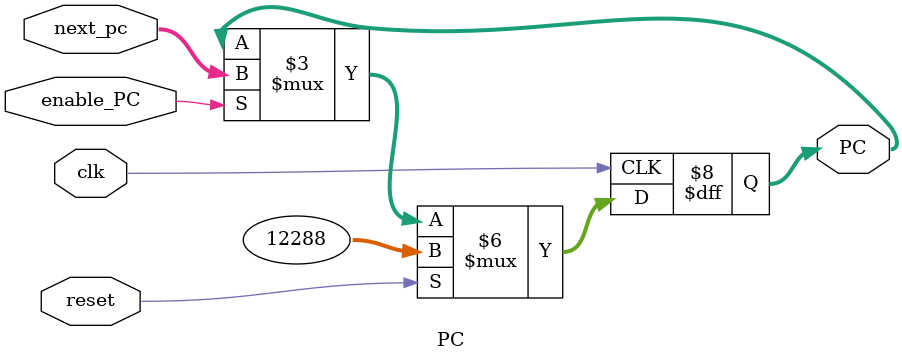
<source format=v>
`timescale 1ns / 1ps
module PC(
    input [31:0] next_pc,
    output reg [31:0] PC,
    input reset,
    input clk,
	 input enable_PC
    );
	
	initial begin
		PC = 32'h0000_3000;
	end
	
	always@(posedge clk) begin
		if(reset) begin
			PC <= 32'h0000_3000;
		end
		else if(enable_PC) begin
			PC <= next_pc;
		end
	end
	
endmodule

</source>
